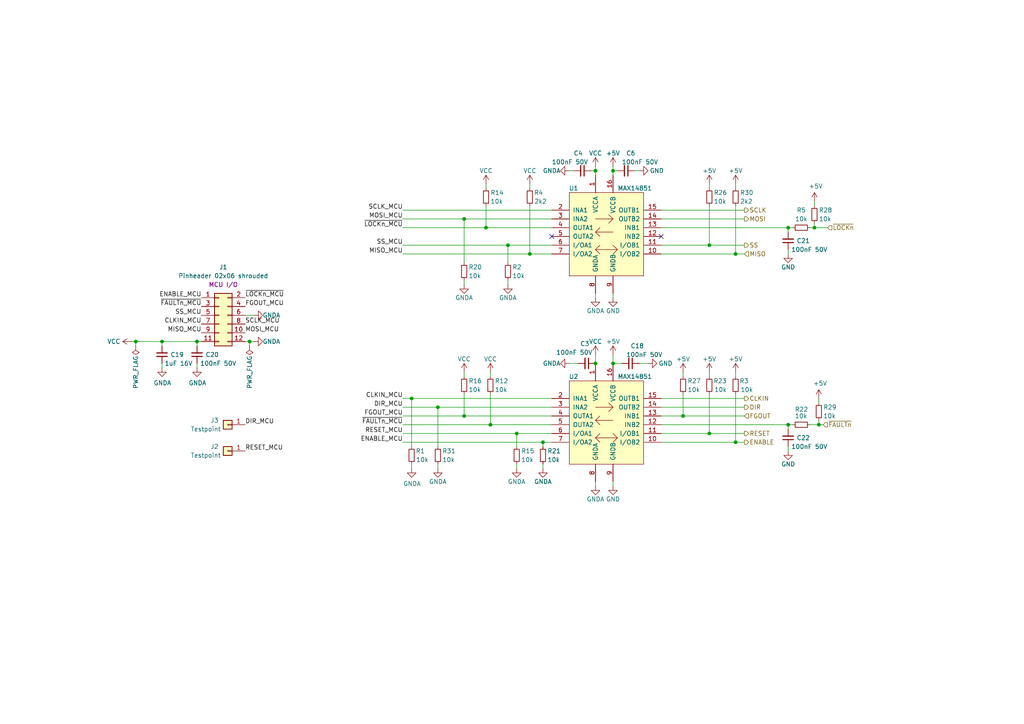
<source format=kicad_sch>
(kicad_sch (version 20211123) (generator eeschema)
  (paper "A4")
  (title_block (title "GD BLDC blower driver") (date "2019-03-11") (rev "v1.1") (company "3devo"))
  (lib_symbols
    (symbol "3devo_symbols:MAX14851" (pin_names (offset 1.016))
      (property "Reference" "U?" (at -8.89 -13.97 0))
      (property "Value" "MAX14851" (at 8.89 -13.97 0))
      (symbol "MAX14851_0_1"
        (rectangle (start -10.16 11.43) (end 11.43 -12.7) (fill (type background)))
        (polyline (pts (xy -2.54 -5.08) (xy -1.27 -6.35)))
        (polyline (pts (xy -2.54 -5.08) (xy -1.27 -3.81)))
        (polyline (pts (xy -2.54 -5.08) (xy 3.81 -5.08)))
        (polyline (pts (xy -2.54 0) (xy -1.27 -1.27)))
        (polyline (pts (xy -2.54 0) (xy -1.27 1.27)))
        (polyline (pts (xy -2.54 3.81) (xy 2.54 3.81)))
        (polyline (pts (xy 2.54 0) (xy -2.54 0)))
        (polyline (pts (xy 2.54 3.81) (xy 1.27 2.54)))
        (polyline (pts (xy 2.54 3.81) (xy 1.27 5.08)))
        (polyline (pts (xy 3.81 -5.08) (xy 2.54 -6.35)))
        (polyline (pts (xy 3.81 -5.08) (xy 2.54 -3.81)))
      )
      (symbol "MAX14851_1_1"
        (pin power_in line (at -2.54 16.51 270) (length 5.08) (name "VCCA") (number "1"))
        (pin bidirectional line (at 16.51 -6.35 180) (length 5.08) (name "I/OB2") (number "10"))
        (pin bidirectional line (at 16.51 -3.81 180) (length 5.08) (name "I/OB1") (number "11"))
        (pin bidirectional line (at 16.51 -1.27 180) (length 5.08) (name "INB2") (number "12"))
        (pin bidirectional line (at 16.51 1.27 180) (length 5.08) (name "INB1") (number "13"))
        (pin bidirectional line (at 16.51 3.81 180) (length 5.08) (name "OUTB2") (number "14"))
        (pin bidirectional line (at 16.51 6.35 180) (length 5.08) (name "OUTB1") (number "15"))
        (pin power_in line (at 2.54 16.51 270) (length 5.08) (name "VCCB") (number "16"))
        (pin input line (at -15.24 6.35 0) (length 5.08) (name "INA1") (number "2"))
        (pin input line (at -15.24 3.81 0) (length 5.08) (name "INA2") (number "3"))
        (pin output line (at -15.24 1.27 0) (length 5.08) (name "OUTA1") (number "4"))
        (pin output line (at -15.24 -1.27 0) (length 5.08) (name "OUTA2") (number "5"))
        (pin bidirectional line (at -15.24 -3.81 0) (length 5.08) (name "I/OA1") (number "6"))
        (pin bidirectional line (at -15.24 -6.35 0) (length 5.08) (name "I/OA2") (number "7"))
        (pin power_in line (at -2.54 -17.78 90) (length 5.08) (name "GNDA") (number "8"))
        (pin power_in line (at 2.54 -17.78 90) (length 5.08) (name "GNDB") (number "9"))
      )
    )
    (symbol "Connector_Generic:Conn_01x01" (pin_names (offset 1.016) hide)
      (property "Reference" "J" (at 0 2.54 0))
      (property "Value" "Conn_01x01" (at 0 -2.54 0))
      (symbol "Conn_01x01_1_1"
        (rectangle (start -1.27 0.127) (end 0 -0.127) (stroke (width 0.1524)))
        (rectangle (start -1.27 1.27) (end 1.27 -1.27) (stroke (width 0.254)) (fill (type background)))
        (pin passive line (at -5.08 0 0) (length 3.81) (name "Pin_1") (number "1"))
      )
    )
    (symbol "Connector_Generic:Conn_02x06_Odd_Even" (pin_names (offset 1.016) hide)
      (property "Reference" "J" (at 1.27 7.62 0))
      (property "Value" "Conn_02x06_Odd_Even" (at 1.27 -10.16 0))
      (symbol "Conn_02x06_Odd_Even_1_1"
        (rectangle (start -1.27 -7.493) (end 0 -7.747) (stroke (width 0.1524)))
        (rectangle (start -1.27 -4.953) (end 0 -5.207) (stroke (width 0.1524)))
        (rectangle (start -1.27 -2.413) (end 0 -2.667) (stroke (width 0.1524)))
        (rectangle (start -1.27 0.127) (end 0 -0.127) (stroke (width 0.1524)))
        (rectangle (start -1.27 2.667) (end 0 2.413) (stroke (width 0.1524)))
        (rectangle (start -1.27 5.207) (end 0 4.953) (stroke (width 0.1524)))
        (rectangle (start -1.27 6.35) (end 3.81 -8.89) (stroke (width 0.254)) (fill (type background)))
        (rectangle (start 3.81 -7.493) (end 2.54 -7.747) (stroke (width 0.1524)))
        (rectangle (start 3.81 -4.953) (end 2.54 -5.207) (stroke (width 0.1524)))
        (rectangle (start 3.81 -2.413) (end 2.54 -2.667) (stroke (width 0.1524)))
        (rectangle (start 3.81 0.127) (end 2.54 -0.127) (stroke (width 0.1524)))
        (rectangle (start 3.81 2.667) (end 2.54 2.413) (stroke (width 0.1524)))
        (rectangle (start 3.81 5.207) (end 2.54 4.953) (stroke (width 0.1524)))
        (pin passive line (at -5.08 5.08 0) (length 3.81) (name "Pin_1") (number "1"))
        (pin passive line (at 7.62 -5.08 180) (length 3.81) (name "Pin_10") (number "10"))
        (pin passive line (at -5.08 -7.62 0) (length 3.81) (name "Pin_11") (number "11"))
        (pin passive line (at 7.62 -7.62 180) (length 3.81) (name "Pin_12") (number "12"))
        (pin passive line (at 7.62 5.08 180) (length 3.81) (name "Pin_2") (number "2"))
        (pin passive line (at -5.08 2.54 0) (length 3.81) (name "Pin_3") (number "3"))
        (pin passive line (at 7.62 2.54 180) (length 3.81) (name "Pin_4") (number "4"))
        (pin passive line (at -5.08 0 0) (length 3.81) (name "Pin_5") (number "5"))
        (pin passive line (at 7.62 0 180) (length 3.81) (name "Pin_6") (number "6"))
        (pin passive line (at -5.08 -2.54 0) (length 3.81) (name "Pin_7") (number "7"))
        (pin passive line (at 7.62 -2.54 180) (length 3.81) (name "Pin_8") (number "8"))
        (pin passive line (at -5.08 -5.08 0) (length 3.81) (name "Pin_9") (number "9"))
      )
    )
    (symbol "Device:C_Small" (pin_numbers hide) (pin_names (offset 0.254) hide)
      (property "Reference" "C" (at 0.254 1.778 0))
      (property "Value" "C_Small" (at 0.254 -2.032 0))
      (symbol "C_Small_0_1"
        (polyline (pts (xy -1.524 -0.508) (xy 1.524 -0.508)) (stroke (width 0.3302)))
        (polyline (pts (xy -1.524 0.508) (xy 1.524 0.508)) (stroke (width 0.3048)))
      )
      (symbol "C_Small_1_1"
        (pin passive line (at 0 2.54 270) (length 2.032) (name "~") (number "1"))
        (pin passive line (at 0 -2.54 90) (length 2.032) (name "~") (number "2"))
      )
    )
    (symbol "Device:R_Small" (pin_numbers hide) (pin_names (offset 0.254) hide)
      (property "Reference" "R" (at 0.762 0.508 0))
      (property "Value" "R_Small" (at 0.762 -1.016 0))
      (symbol "R_Small_0_1"
        (rectangle (start -0.762 1.778) (end 0.762 -1.778) (stroke (width 0.2032)))
      )
      (symbol "R_Small_1_1"
        (pin passive line (at 0 2.54 270) (length 0.762) (name "~") (number "1"))
        (pin passive line (at 0 -2.54 90) (length 0.762) (name "~") (number "2"))
      )
    )
    (symbol "power:+5V" (power) (pin_names (offset 0))
      (property "Value" "+5V" (at 0 3.556 0))
      (symbol "+5V_0_1"
        (polyline (pts (xy -0.762 1.27) (xy 0 2.54)))
        (polyline (pts (xy 0 0) (xy 0 2.54)))
        (polyline (pts (xy 0 2.54) (xy 0.762 1.27)))
      )
      (symbol "+5V_1_1"
        (pin power_in line (at 0 0 90) (length 0) hide (name "+5V") (number "1"))
      )
    )
    (symbol "power:GND" (power) (pin_names (offset 0))
      (property "Value" "GND" (at 0 -3.81 0))
      (symbol "GND_0_1"
        (polyline (pts (xy 0 0) (xy 0 -1.27) (xy 1.27 -1.27) (xy 0 -2.54) (xy -1.27 -1.27) (xy 0 -1.27)))
      )
      (symbol "GND_1_1"
        (pin power_in line (at 0 0 270) (length 0) hide (name "GND") (number "1"))
      )
    )
    (symbol "power:GNDA" (power) (pin_names (offset 0))
      (property "Value" "GNDA" (at 0 -3.81 0))
      (symbol "GNDA_0_1"
        (polyline (pts (xy 0 0) (xy 0 -1.27) (xy 1.27 -1.27) (xy 0 -2.54) (xy -1.27 -1.27) (xy 0 -1.27)))
      )
      (symbol "GNDA_1_1"
        (pin power_in line (at 0 0 270) (length 0) hide (name "GNDA") (number "1"))
      )
    )
    (symbol "power:PWR_FLAG" (power) (pin_numbers hide) (pin_names (offset 0) hide)
      (property "Value" "PWR_FLAG" (at 0 3.81 0))
      (symbol "PWR_FLAG_0_0"
        (pin power_out line (at 0 0 90) (length 0) (name "pwr") (number "1"))
      )
      (symbol "PWR_FLAG_0_1"
        (polyline (pts (xy 0 0) (xy 0 1.27) (xy -1.016 1.905) (xy 0 2.54) (xy 1.016 1.905) (xy 0 1.27)))
      )
    )
    (symbol "power:VCC" (power) (pin_names (offset 0))
      (property "Value" "VCC" (at 0 3.81 0))
      (symbol "VCC_0_1"
        (polyline (pts (xy -0.762 1.27) (xy 0 2.54)))
        (polyline (pts (xy 0 0) (xy 0 2.54)))
        (polyline (pts (xy 0 2.54) (xy 0.762 1.27)))
      )
      (symbol "VCC_1_1"
        (pin power_in line (at 0 0 90) (length 0) hide (name "VCC") (number "1"))
      )
    )
  )
  (junction (at 205.74 125.73))
  (junction (at 157.48 128.27))
  (junction (at 237.49 123.19))
  (junction (at 72.39 99.06))
  (junction (at 213.36 73.66))
  (junction (at 134.62 120.65))
  (junction (at 172.72 49.53))
  (junction (at 147.32 71.12))
  (junction (at 213.36 128.27))
  (junction (at 57.15 99.06))
  (junction (at 228.6 66.04))
  (junction (at 228.6 123.19))
  (junction (at 134.62 63.5))
  (junction (at 142.24 123.19))
  (junction (at 149.86 125.73))
  (junction (at 46.99 99.06))
  (junction (at 198.12 120.65))
  (junction (at 172.72 105.41))
  (junction (at 127 118.11))
  (junction (at 177.8 49.53))
  (junction (at 205.74 71.12))
  (junction (at 153.67 73.66))
  (junction (at 177.8 105.41))
  (junction (at 236.22 66.04))
  (junction (at 119.38 115.57))
  (junction (at 39.37 99.06))
  (junction (at 140.97 66.04))
  (no_connect (at 191.77 68.58))
  (no_connect (at 160.02 68.58))
  (wire (pts (xy 171.45 49.53) (xy 172.72 49.53)))
  (wire (pts (xy 134.62 63.5) (xy 160.02 63.5)))
  (wire (pts (xy 116.84 60.96) (xy 160.02 60.96)))
  (wire (pts (xy 160.02 71.12) (xy 147.32 71.12)))
  (wire (pts (xy 236.22 58.42) (xy 236.22 59.69)))
  (wire (pts (xy 57.15 105.41) (xy 57.15 106.68)))
  (wire (pts (xy 39.37 99.06) (xy 46.99 99.06)))
  (wire (pts (xy 213.36 107.95) (xy 213.36 109.22)))
  (wire (pts (xy 116.84 128.27) (xy 157.48 128.27)))
  (wire (pts (xy 39.37 99.06) (xy 39.37 100.33)))
  (wire (pts (xy 172.72 139.7) (xy 172.72 140.97)))
  (wire (pts (xy 237.49 116.84) (xy 237.49 115.57)))
  (wire (pts (xy 213.36 53.34) (xy 213.36 54.61)))
  (wire (pts (xy 184.15 49.53) (xy 185.42 49.53)))
  (wire (pts (xy 119.38 115.57) (xy 160.02 115.57)))
  (wire (pts (xy 228.6 72.39) (xy 228.6 73.66)))
  (wire (pts (xy 134.62 63.5) (xy 134.62 76.2)))
  (wire (pts (xy 142.24 107.95) (xy 142.24 109.22)))
  (wire (pts (xy 134.62 120.65) (xy 134.62 114.3)))
  (wire (pts (xy 71.12 99.06) (xy 72.39 99.06)))
  (wire (pts (xy 116.84 66.04) (xy 140.97 66.04)))
  (wire (pts (xy 172.72 102.87) (xy 172.72 105.41)))
  (wire (pts (xy 172.72 86.36) (xy 172.72 85.09)))
  (wire (pts (xy 205.74 59.69) (xy 205.74 71.12)))
  (wire (pts (xy 157.48 128.27) (xy 160.02 128.27)))
  (wire (pts (xy 205.74 107.95) (xy 205.74 109.22)))
  (wire (pts (xy 191.77 66.04) (xy 228.6 66.04)))
  (wire (pts (xy 213.36 128.27) (xy 215.9 128.27)))
  (wire (pts (xy 177.8 105.41) (xy 180.34 105.41)))
  (wire (pts (xy 191.77 123.19) (xy 228.6 123.19)))
  (wire (pts (xy 119.38 115.57) (xy 119.38 129.54)))
  (wire (pts (xy 134.62 120.65) (xy 160.02 120.65)))
  (wire (pts (xy 172.72 48.26) (xy 172.72 49.53)))
  (wire (pts (xy 140.97 53.34) (xy 140.97 54.61)))
  (wire (pts (xy 205.74 125.73) (xy 215.9 125.73)))
  (wire (pts (xy 213.36 59.69) (xy 213.36 73.66)))
  (wire (pts (xy 198.12 107.95) (xy 198.12 109.22)))
  (wire (pts (xy 172.72 49.53) (xy 172.72 50.8)))
  (wire (pts (xy 153.67 53.34) (xy 153.67 54.61)))
  (wire (pts (xy 191.77 73.66) (xy 213.36 73.66)))
  (wire (pts (xy 149.86 134.62) (xy 149.86 135.89)))
  (wire (pts (xy 205.74 125.73) (xy 205.74 114.3)))
  (wire (pts (xy 198.12 120.65) (xy 215.9 120.65)))
  (wire (pts (xy 46.99 105.41) (xy 46.99 106.68)))
  (wire (pts (xy 140.97 66.04) (xy 160.02 66.04)))
  (wire (pts (xy 177.8 85.09) (xy 177.8 86.36)))
  (wire (pts (xy 238.76 123.19) (xy 237.49 123.19)))
  (wire (pts (xy 142.24 123.19) (xy 160.02 123.19)))
  (wire (pts (xy 116.84 118.11) (xy 127 118.11)))
  (wire (pts (xy 185.42 105.41) (xy 187.96 105.41)))
  (wire (pts (xy 228.6 129.54) (xy 228.6 130.81)))
  (wire (pts (xy 149.86 129.54) (xy 149.86 125.73)))
  (wire (pts (xy 157.48 134.62) (xy 157.48 135.89)))
  (wire (pts (xy 57.15 99.06) (xy 57.15 100.33)))
  (wire (pts (xy 134.62 107.95) (xy 134.62 109.22)))
  (wire (pts (xy 127 134.62) (xy 127 135.89)))
  (wire (pts (xy 116.84 123.19) (xy 142.24 123.19)))
  (wire (pts (xy 165.1 105.41) (xy 167.64 105.41)))
  (wire (pts (xy 215.9 60.96) (xy 191.77 60.96)))
  (wire (pts (xy 153.67 73.66) (xy 160.02 73.66)))
  (wire (pts (xy 38.1 99.06) (xy 39.37 99.06)))
  (wire (pts (xy 191.77 125.73) (xy 205.74 125.73)))
  (wire (pts (xy 147.32 81.28) (xy 147.32 82.55)))
  (wire (pts (xy 72.39 99.06) (xy 73.66 99.06)))
  (wire (pts (xy 153.67 59.69) (xy 153.67 73.66)))
  (wire (pts (xy 57.15 99.06) (xy 58.42 99.06)))
  (wire (pts (xy 46.99 99.06) (xy 46.99 100.33)))
  (wire (pts (xy 234.95 123.19) (xy 237.49 123.19)))
  (wire (pts (xy 116.84 115.57) (xy 119.38 115.57)))
  (wire (pts (xy 191.77 115.57) (xy 215.9 115.57)))
  (wire (pts (xy 119.38 135.89) (xy 119.38 134.62)))
  (wire (pts (xy 228.6 66.04) (xy 228.6 67.31)))
  (wire (pts (xy 228.6 123.19) (xy 229.87 123.19)))
  (wire (pts (xy 213.36 114.3) (xy 213.36 128.27)))
  (wire (pts (xy 142.24 123.19) (xy 142.24 114.3)))
  (wire (pts (xy 147.32 71.12) (xy 147.32 76.2)))
  (wire (pts (xy 127 118.11) (xy 127 129.54)))
  (wire (pts (xy 127 118.11) (xy 160.02 118.11)))
  (wire (pts (xy 177.8 102.87) (xy 177.8 105.41)))
  (wire (pts (xy 191.77 120.65) (xy 198.12 120.65)))
  (wire (pts (xy 116.84 73.66) (xy 153.67 73.66)))
  (wire (pts (xy 198.12 120.65) (xy 198.12 114.3)))
  (wire (pts (xy 234.95 66.04) (xy 236.22 66.04)))
  (wire (pts (xy 215.9 63.5) (xy 191.77 63.5)))
  (wire (pts (xy 236.22 66.04) (xy 240.03 66.04)))
  (wire (pts (xy 205.74 53.34) (xy 205.74 54.61)))
  (wire (pts (xy 165.1 49.53) (xy 166.37 49.53)))
  (wire (pts (xy 71.12 91.44) (xy 73.66 91.44)))
  (wire (pts (xy 46.99 99.06) (xy 57.15 99.06)))
  (wire (pts (xy 213.36 73.66) (xy 215.9 73.66)))
  (wire (pts (xy 177.8 139.7) (xy 177.8 140.97)))
  (wire (pts (xy 116.84 71.12) (xy 147.32 71.12)))
  (wire (pts (xy 205.74 71.12) (xy 215.9 71.12)))
  (wire (pts (xy 237.49 123.19) (xy 237.49 121.92)))
  (wire (pts (xy 72.39 99.06) (xy 72.39 100.33)))
  (wire (pts (xy 140.97 59.69) (xy 140.97 66.04)))
  (wire (pts (xy 177.8 49.53) (xy 177.8 50.8)))
  (wire (pts (xy 116.84 63.5) (xy 134.62 63.5)))
  (wire (pts (xy 179.07 49.53) (xy 177.8 49.53)))
  (wire (pts (xy 191.77 118.11) (xy 215.9 118.11)))
  (wire (pts (xy 228.6 124.46) (xy 228.6 123.19)))
  (wire (pts (xy 134.62 81.28) (xy 134.62 82.55)))
  (wire (pts (xy 236.22 64.77) (xy 236.22 66.04)))
  (wire (pts (xy 191.77 128.27) (xy 213.36 128.27)))
  (wire (pts (xy 191.77 71.12) (xy 205.74 71.12)))
  (wire (pts (xy 229.87 66.04) (xy 228.6 66.04)))
  (wire (pts (xy 116.84 120.65) (xy 134.62 120.65)))
  (wire (pts (xy 116.84 125.73) (xy 149.86 125.73)))
  (wire (pts (xy 149.86 125.73) (xy 160.02 125.73)))
  (wire (pts (xy 177.8 48.26) (xy 177.8 49.53)))
  (wire (pts (xy 157.48 128.27) (xy 157.48 129.54)))
  (label "ENABLE_MCU" (at 116.84 128.27 180))
  (label "MOSI_MCU" (at 71.12 96.52 0))
  (label "RESET_MCU" (at 71.12 130.81 0))
  (label "~{FAULTn_MCU}" (at 116.84 123.19 180))
  (label "MISO_MCU" (at 58.42 96.52 180))
  (label "MISO_MCU" (at 116.84 73.66 180))
  (label "~{LOCKn_MCU}" (at 71.12 86.36 0))
  (label "DIR_MCU" (at 116.84 118.11 180))
  (label "MOSI_MCU" (at 116.84 63.5 180))
  (label "SCLK_MCU" (at 71.12 93.98 0))
  (label "SS_MCU" (at 58.42 91.44 180))
  (label "FGOUT_MCU" (at 116.84 120.65 180))
  (label "RESET_MCU" (at 116.84 125.73 180))
  (label "FGOUT_MCU" (at 71.12 88.9 0))
  (label "CLKIN_MCU" (at 116.84 115.57 180))
  (label "~{FAULTn_MCU}" (at 58.42 88.9 180))
  (label "SCLK_MCU" (at 116.84 60.96 180))
  (label "~{LOCKn_MCU}" (at 116.84 66.04 180))
  (label "DIR_MCU" (at 71.12 123.19 0))
  (label "CLKIN_MCU" (at 58.42 93.98 180))
  (label "ENABLE_MCU" (at 58.42 86.36 180))
  (label "SS_MCU" (at 116.84 71.12 180))
  (hierarchical_label "MISO" (shape input) (at 215.9 73.66 0))
  (hierarchical_label "DIR" (shape output) (at 215.9 118.11 0))
  (hierarchical_label "CLKIN" (shape output) (at 215.9 115.57 0))
  (hierarchical_label "~{FAULTn}" (shape input) (at 238.76 123.19 0))
  (hierarchical_label "ENABLE" (shape output) (at 215.9 128.27 0))
  (hierarchical_label "RESET" (shape output) (at 215.9 125.73 0))
  (hierarchical_label "MOSI" (shape output) (at 215.9 63.5 0))
  (hierarchical_label "SS" (shape output) (at 215.9 71.12 0))
  (hierarchical_label "SCLK" (shape output) (at 215.9 60.96 0))
  (hierarchical_label "FGOUT" (shape input) (at 215.9 120.65 0))
  (hierarchical_label "~{LOCKn}" (shape input) (at 240.03 66.04 0))
  (symbol (lib_id "power:GNDA") (at 134.62 82.55 0) (unit 1)
    (property "Reference" "#PWR0147" (effects hide))
    (property "Value" "GNDA" (at 134.62 86.36 0))
  )
  (symbol (lib_id "Device:R_Small") (at 198.12 111.76 0) (unit 1)
    (property "Reference" "R27" (at 199.39 110.49 0) (effects (justify left)))
    (property "Value" "10k" (at 199.39 113.03 0) (effects (justify left)))
    (property "Footprint" "Resistor_SMD:R_0603_1608Metric" (effects hide))
    (property "Manufacturer" "Bourns" (effects hide))
    (property "Partnumber" "CR0603-FX-1002GLF" (effects hide))
  )
  (symbol (lib_id "power:GNDA") (at 165.1 105.41 270) (unit 1)
    (property "Reference" "#PWR0140" (effects hide))
    (property "Value" "GNDA" (at 160.02 105.41 90))
  )
  (symbol (lib_id "power:+5V") (at 198.12 107.95 0) (unit 1)
    (property "Reference" "#PWR0158" (effects hide))
    (property "Value" "+5V" (at 198.12 104.14 0))
  )
  (symbol (lib_id "Device:R_Small") (at 153.67 57.15 180) (unit 1)
    (property "Reference" "R4" (at 156.21 55.88 0))
    (property "Value" "2k2" (at 154.94 58.42 0) (effects (justify right)))
    (property "Footprint" "Resistor_SMD:R_0603_1608Metric" (effects hide))
    (property "Manufacturer" "TE" (effects hide))
    (property "Partnumber" "CRGH0603F2K2" (effects hide))
  )
  (symbol (lib_id "power:VCC") (at 134.62 107.95 0) (unit 1)
    (property "Reference" "#PWR0161" (effects hide))
    (property "Value" "VCC" (at 134.62 104.14 0))
  )
  (symbol (lib_id "power:GNDA") (at 157.48 135.89 0) (unit 1)
    (property "Reference" "#PWR0148" (effects hide))
    (property "Value" "GNDA" (at 157.48 139.7 0))
  )
  (symbol (lib_id "power:GND") (at 185.42 49.53 90) (unit 1)
    (property "Reference" "#PWR0143" (effects hide))
    (property "Value" "GND" (at 190.5 49.53 90))
  )
  (symbol (lib_id "Device:R_Small") (at 127 132.08 180) (unit 1)
    (property "Reference" "R31" (at 128.27 130.81 0) (effects (justify right)))
    (property "Value" "10k" (at 128.27 133.35 0) (effects (justify right)))
    (property "Footprint" "Resistor_SMD:R_0603_1608Metric" (effects hide))
    (property "Manufacturer" "Bourns" (effects hide))
    (property "Partnumber" "CR0603-FX-1002GLF" (effects hide))
  )
  (symbol (lib_id "3devo_symbols:MAX14851") (at 175.26 121.92 0) (unit 1)
    (property "Reference" "U2" (at 166.37 109.22 0))
    (property "Value" "MAX14851" (at 184.15 109.22 0))
    (property "Footprint" "Package_SO:QSOP-16_3.9x4.9mm_P0.635mm" (effects hide))
    (property "Datasheet" "https://datasheets.maximintegrated.com/en/ds/MAX14851.pdf" (effects hide))
    (property "Manufacturer" "Maxim" (effects hide))
    (property "Partnumber" "MAX14851AEE+" (effects hide))
  )
  (symbol (lib_id "power:GNDA") (at 127 135.89 0) (unit 1)
    (property "Reference" "#PWR0165" (effects hide))
    (property "Value" "GNDA" (at 127 139.7 0))
  )
  (symbol (lib_id "3devo_symbols:MAX14851") (at 175.26 67.31 0) (unit 1)
    (property "Reference" "U1" (at 166.37 54.61 0))
    (property "Value" "MAX14851" (at 184.15 54.61 0))
    (property "Footprint" "Package_SO:QSOP-16_3.9x4.9mm_P0.635mm" (effects hide))
    (property "Datasheet" "https://datasheets.maximintegrated.com/en/ds/MAX14851.pdf" (effects hide))
    (property "Manufacturer" "Maxim" (effects hide))
    (property "Partnumber" "MAX14851AEE+" (effects hide))
  )
  (symbol (lib_id "power:GND") (at 228.6 130.81 0) (unit 1)
    (property "Reference" "#PWR0149" (effects hide))
    (property "Value" "GND" (at 228.6 134.62 0))
  )
  (symbol (lib_id "Device:R_Small") (at 142.24 111.76 0) (unit 1)
    (property "Reference" "R12" (at 143.51 110.49 0) (effects (justify left)))
    (property "Value" "10k" (at 143.51 113.03 0) (effects (justify left)))
    (property "Footprint" "Resistor_SMD:R_0603_1608Metric" (effects hide))
    (property "Manufacturer" "Bourns" (effects hide))
    (property "Partnumber" "CR0603-FX-1002GLF" (effects hide))
  )
  (symbol (lib_id "Device:R_Small") (at 237.49 119.38 0) (unit 1)
    (property "Reference" "R29" (at 238.76 118.11 0) (effects (justify left)))
    (property "Value" "10k" (at 238.76 120.65 0) (effects (justify left)))
    (property "Footprint" "Resistor_SMD:R_0603_1608Metric" (effects hide))
    (property "Manufacturer" "Bourns" (effects hide))
    (property "Partnumber" "CR0603-FX-1002GLF" (effects hide))
  )
  (symbol (lib_id "power:GND") (at 187.96 105.41 90) (unit 1)
    (property "Reference" "#PWR0141" (effects hide))
    (property "Value" "GND" (at 193.04 105.41 90))
  )
  (symbol (lib_id "Device:R_Small") (at 134.62 78.74 180) (unit 1)
    (property "Reference" "R20" (at 135.89 77.47 0) (effects (justify right)))
    (property "Value" "10k" (at 135.89 80.01 0) (effects (justify right)))
    (property "Footprint" "Resistor_SMD:R_0603_1608Metric" (effects hide))
    (property "Manufacturer" "Bourns" (effects hide))
    (property "Partnumber" "CR0603-FX-1002GLF" (effects hide))
  )
  (symbol (lib_id "power:VCC") (at 172.72 102.87 0) (unit 1)
    (property "Reference" "#PWR0132" (effects hide))
    (property "Value" "VCC" (at 172.72 99.06 0))
  )
  (symbol (lib_id "power:+5V") (at 205.74 53.34 0) (unit 1)
    (property "Reference" "#PWR0163" (effects hide))
    (property "Value" "+5V" (at 205.74 49.53 0))
  )
  (symbol (lib_id "power:+5V") (at 213.36 53.34 0) (unit 1)
    (property "Reference" "#PWR0171" (effects hide))
    (property "Value" "+5V" (at 213.36 49.53 0))
  )
  (symbol (lib_id "Device:R_Small") (at 205.74 111.76 180) (unit 1)
    (property "Reference" "R23" (at 210.82 110.49 0) (effects (justify left)))
    (property "Value" "10k" (at 210.82 113.03 0) (effects (justify left)))
    (property "Footprint" "Resistor_SMD:R_0603_1608Metric" (effects hide))
    (property "Manufacturer" "Bourns" (effects hide))
    (property "Partnumber" "CR0603-FX-1002GLF" (effects hide))
  )
  (symbol (lib_id "power:GNDA") (at 172.72 86.36 0) (unit 1)
    (property "Reference" "#PWR0138" (effects hide))
    (property "Value" "GNDA" (at 172.72 90.17 0))
  )
  (symbol (lib_id "Device:R_Small") (at 213.36 57.15 180) (unit 1)
    (property "Reference" "R30" (at 214.63 55.88 0) (effects (justify right)))
    (property "Value" "2k2" (at 214.63 58.42 0) (effects (justify right)))
    (property "Footprint" "Resistor_SMD:R_0603_1608Metric" (effects hide))
    (property "Manufacturer" "TE" (effects hide))
    (property "Partnumber" "CRGH0603F2K2" (effects hide))
  )
  (symbol (lib_id "power:+5V") (at 177.8 102.87 0) (unit 1)
    (property "Reference" "#PWR0135" (effects hide))
    (property "Value" "+5V" (at 177.8 99.06 0))
  )
  (symbol (lib_id "power:GND") (at 177.8 86.36 0) (unit 1)
    (property "Reference" "#PWR0136" (effects hide))
    (property "Value" "GND" (at 177.8 90.17 0))
  )
  (symbol (lib_id "power:+5V") (at 236.22 58.42 0) (unit 1)
    (property "Reference" "#PWR0156" (effects hide))
    (property "Value" "+5V" (at 236.601 54.0258 0))
  )
  (symbol (lib_id "power:VCC") (at 142.24 107.95 0) (unit 1)
    (property "Reference" "#PWR0160" (effects hide))
    (property "Value" "VCC" (at 142.24 104.14 0))
  )
  (symbol (lib_id "Device:R_Small") (at 157.48 132.08 180) (unit 1)
    (property "Reference" "R21" (at 158.75 130.81 0) (effects (justify right)))
    (property "Value" "10k" (at 158.75 133.35 0) (effects (justify right)))
    (property "Footprint" "Resistor_SMD:R_0603_1608Metric" (effects hide))
    (property "Manufacturer" "Bourns" (effects hide))
    (property "Partnumber" "CR0603-FX-1002GLF" (effects hide))
  )
  (symbol (lib_id "power:VCC") (at 172.72 48.26 0) (unit 1)
    (property "Reference" "#PWR0113" (effects hide))
    (property "Value" "VCC" (at 172.72 44.45 0))
  )
  (symbol (lib_id "Device:C_Small") (at 228.6 127 180) (unit 1)
    (property "Reference" "C22" (at 234.95 127 0) (effects (justify left)))
    (property "Value" "100nF 50V" (at 240.03 129.54 0) (effects (justify left)))
    (property "Footprint" "Capacitor_SMD:C_0603_1608Metric" (effects hide))
    (property "Manufacturer" "Murata" (effects hide))
    (property "Partnumber" "GCM188L81H104KA57D" (effects hide))
  )
  (symbol (lib_id "power:VCC") (at 140.97 53.34 0) (unit 1)
    (property "Reference" "#PWR0157" (effects hide))
    (property "Value" "VCC" (at 140.97 49.53 0))
  )
  (symbol (lib_id "power:+5V") (at 213.36 107.95 0) (unit 1)
    (property "Reference" "#PWR0146" (effects hide))
    (property "Value" "+5V" (at 213.36 104.14 0))
  )
  (symbol (lib_id "Device:C_Small") (at 168.91 49.53 270) (unit 1)
    (property "Reference" "C4" (at 166.37 44.45 90) (effects (justify left)))
    (property "Value" "100nF 50V" (at 160.02 46.99 90) (effects (justify left)))
    (property "Footprint" "Capacitor_SMD:C_0603_1608Metric" (effects hide))
    (property "Manufacturer" "Murata" (effects hide))
    (property "Partnumber" "GCM188L81H104KA57D" (effects hide))
  )
  (symbol (lib_id "power:GNDA") (at 147.32 82.55 0) (unit 1)
    (property "Reference" "#PWR0168" (effects hide))
    (property "Value" "GNDA" (at 147.32 86.36 0))
  )
  (symbol (lib_id "power:VCC") (at 38.1 99.06 90) (unit 1)
    (property "Reference" "#PWR0108" (effects hide))
    (property "Value" "VCC" (at 33.02 99.06 90))
  )
  (symbol (lib_id "power:+5V") (at 177.8 48.26 0) (unit 1)
    (property "Reference" "#PWR0133" (effects hide))
    (property "Value" "+5V" (at 177.8 44.45 0))
  )
  (symbol (lib_id "Device:C_Small") (at 228.6 69.85 180) (unit 1)
    (property "Reference" "C21" (at 234.95 69.85 0) (effects (justify left)))
    (property "Value" "100nF 50V" (at 240.03 72.39 0) (effects (justify left)))
    (property "Footprint" "Capacitor_SMD:C_0603_1608Metric" (effects hide))
    (property "Manufacturer" "Murata" (effects hide))
    (property "Partnumber" "GCM188L81H104KA57D" (effects hide))
  )
  (symbol (lib_id "power:VCC") (at 153.67 53.34 0) (unit 1)
    (property "Reference" "#PWR0154" (effects hide))
    (property "Value" "VCC" (at 153.67 49.53 0))
  )
  (symbol (lib_id "Device:R_Small") (at 149.86 132.08 180) (unit 1)
    (property "Reference" "R15" (at 151.13 130.81 0) (effects (justify right)))
    (property "Value" "10k" (at 151.13 133.35 0) (effects (justify right)))
    (property "Footprint" "Resistor_SMD:R_0603_1608Metric" (effects hide))
    (property "Manufacturer" "Bourns" (effects hide))
    (property "Partnumber" "CR0603-FX-1002GLF" (effects hide))
  )
  (symbol (lib_id "power:PWR_FLAG") (at 72.39 100.33 180) (unit 1)
    (property "Reference" "#FLG0105" (effects hide))
    (property "Value" "PWR_FLAG" (at 72.39 107.95 90))
  )
  (symbol (lib_id "Device:R_Small") (at 232.41 66.04 270) (unit 1)
    (property "Reference" "R5" (at 232.41 60.96 90))
    (property "Value" "10k" (at 232.41 63.5 90))
    (property "Footprint" "Resistor_SMD:R_0603_1608Metric" (effects hide))
    (property "Manufacturer" "Bourns" (effects hide))
    (property "Partnumber" "CR0603-FX-1002GLF" (effects hide))
  )
  (symbol (lib_id "Device:C_Small") (at 170.18 105.41 270) (unit 1)
    (property "Reference" "C3" (at 168.275 99.695 90) (effects (justify left)))
    (property "Value" "100nF 50V" (at 161.29 102.235 90) (effects (justify left)))
    (property "Footprint" "Capacitor_SMD:C_0603_1608Metric" (effects hide))
    (property "Manufacturer" "Murata" (effects hide))
    (property "Partnumber" "GCM188L81H104KA57D" (effects hide))
  )
  (symbol (lib_id "power:GNDA") (at 149.86 135.89 0) (unit 1)
    (property "Reference" "#PWR0162" (effects hide))
    (property "Value" "GNDA" (at 149.86 139.7 0))
  )
  (symbol (lib_id "Device:C_Small") (at 181.61 49.53 270) (unit 1)
    (property "Reference" "C6" (at 181.61 44.45 90) (effects (justify left)))
    (property "Value" "100nF 50V" (at 180.34 46.99 90) (effects (justify left)))
    (property "Footprint" "Capacitor_SMD:C_0603_1608Metric" (effects hide))
    (property "Manufacturer" "Murata" (effects hide))
    (property "Partnumber" "GCM188L81H104KA57D" (effects hide))
  )
  (symbol (lib_id "power:GNDA") (at 73.66 99.06 90) (unit 1)
    (property "Reference" "#PWR0114" (effects hide))
    (property "Value" "GNDA" (at 78.74 99.06 90))
  )
  (symbol (lib_id "power:GNDA") (at 73.66 91.44 90) (unit 1)
    (property "Reference" "#PWR0145" (effects hide))
    (property "Value" "GNDA" (at 78.74 91.44 90))
  )
  (symbol (lib_id "power:GND") (at 228.6 73.66 0) (unit 1)
    (property "Reference" "#PWR0150" (effects hide))
    (property "Value" "GND" (at 228.6 77.47 0))
  )
  (symbol (lib_id "power:GND") (at 177.8 140.97 0) (unit 1)
    (property "Reference" "#PWR0137" (effects hide))
    (property "Value" "GND" (at 177.8 144.78 0))
  )
  (symbol (lib_id "Device:R_Small") (at 147.32 78.74 0) (unit 1)
    (property "Reference" "R2" (at 148.59 77.47 0) (effects (justify left)))
    (property "Value" "10k" (at 148.59 80.01 0) (effects (justify left)))
    (property "Footprint" "Resistor_SMD:R_0603_1608Metric" (effects hide))
    (property "Manufacturer" "Bourns" (effects hide))
    (property "Partnumber" "CR0603-FX-1002GLF" (effects hide))
  )
  (symbol (lib_id "power:GNDA") (at 172.72 140.97 0) (unit 1)
    (property "Reference" "#PWR0139" (effects hide))
    (property "Value" "GNDA" (at 172.72 144.78 0))
  )
  (symbol (lib_id "Connector_Generic:Conn_01x01") (at 66.04 123.19 0) (mirror y) (unit 1)
    (property "Reference" "J3" (at 62.23 121.92 0))
    (property "Value" "Testpoint" (at 59.69 124.46 0))
    (property "Footprint" "Connector_PinHeader_2.54mm:PinHeader_1x01_P2.54mm_Vertical" (effects hide))
  )
  (symbol (lib_id "Device:R_Small") (at 213.36 111.76 180) (unit 1)
    (property "Reference" "R3" (at 217.17 110.49 0) (effects (justify left)))
    (property "Value" "10k" (at 218.44 113.03 0) (effects (justify left)))
    (property "Footprint" "Resistor_SMD:R_0603_1608Metric" (effects hide))
    (property "Manufacturer" "Bourns" (effects hide))
    (property "Partnumber" "CR0603-FX-1002GLF" (effects hide))
  )
  (symbol (lib_id "power:GNDA") (at 46.99 106.68 0) (unit 1)
    (property "Reference" "#PWR0123" (effects hide))
    (property "Value" "GNDA" (at 47.117 111.0742 0))
  )
  (symbol (lib_id "Device:R_Small") (at 232.41 123.19 270) (unit 1)
    (property "Reference" "R22" (at 230.505 118.745 90) (effects (justify left)))
    (property "Value" "10k" (at 230.505 120.65 90) (effects (justify left)))
    (property "Footprint" "Resistor_SMD:R_0603_1608Metric" (effects hide))
    (property "Manufacturer" "Bourns" (effects hide))
    (property "Partnumber" "CR0603-FX-1002GLF" (effects hide))
  )
  (symbol (lib_id "Connector_Generic:Conn_01x01") (at 66.04 130.81 0) (mirror y) (unit 1)
    (property "Reference" "J2" (at 62.23 129.54 0))
    (property "Value" "Testpoint" (at 59.69 132.08 0))
    (property "Footprint" "Connector_PinHeader_2.54mm:PinHeader_1x01_P2.54mm_Vertical" (effects hide))
  )
  (symbol (lib_id "Device:C_Small") (at 57.15 102.87 180) (unit 1)
    (property "Reference" "C20" (at 63.5 102.87 0) (effects (justify left)))
    (property "Value" "100nF 50V" (at 68.58 105.41 0) (effects (justify left)))
    (property "Footprint" "Capacitor_SMD:C_0603_1608Metric" (effects hide))
    (property "Manufacturer" "Murata" (effects hide))
    (property "Partnumber" "GCM188L81H104KA57D" (effects hide))
  )
  (symbol (lib_id "power:+5V") (at 237.49 115.57 0) (unit 1)
    (property "Reference" "#PWR0159" (effects hide))
    (property "Value" "+5V" (at 237.871 111.1758 0))
  )
  (symbol (lib_id "Device:R_Small") (at 236.22 62.23 0) (unit 1)
    (property "Reference" "R28" (at 237.49 60.96 0) (effects (justify left)))
    (property "Value" "10k" (at 237.49 63.5 0) (effects (justify left)))
    (property "Footprint" "Resistor_SMD:R_0603_1608Metric" (effects hide))
    (property "Manufacturer" "Bourns" (effects hide))
    (property "Partnumber" "CR0603-FX-1002GLF" (effects hide))
  )
  (symbol (lib_id "power:GNDA") (at 57.15 106.68 0) (unit 1)
    (property "Reference" "#PWR0144" (effects hide))
    (property "Value" "GNDA" (at 57.277 111.0742 0))
  )
  (symbol (lib_id "Device:R_Small") (at 205.74 57.15 180) (unit 1)
    (property "Reference" "R26" (at 207.01 55.88 0) (effects (justify right)))
    (property "Value" "10k" (at 207.01 58.42 0) (effects (justify right)))
    (property "Footprint" "Resistor_SMD:R_0603_1608Metric" (effects hide))
    (property "Manufacturer" "Bourns" (effects hide))
    (property "Partnumber" "CR0603-FX-1002GLF" (effects hide))
  )
  (symbol (lib_id "Connector_Generic:Conn_02x06_Odd_Even") (at 63.5 91.44 0) (unit 1)
    (property "Reference" "J1" (at 64.77 77.47 0))
    (property "Value" "Pinheader 02x06 shrouded" (at 64.77 80.01 0))
    (property "Footprint" "Connector_IDC:IDC-Header_2x06_P2.54mm_Vertical" (effects hide))
    (property "Datasheet" "http://www.farnell.com/datasheets/1648843.pdf?_ga=2.140115507.1253506730.1569844243-1385557990.1461597160" (effects hide))
    (property "Manufacturer" "Amphenol" (effects hide))
    (property "Function" "MCU I/O" (at 64.77 82.55 0))
    (property "Partnumber" "T821112A1S100CEU" (effects hide))
  )
  (symbol (lib_id "Device:C_Small") (at 46.99 102.87 180) (unit 1)
    (property "Reference" "C19" (at 53.34 102.87 0) (effects (justify left)))
    (property "Value" "1uF 16V" (at 55.88 105.41 0) (effects (justify left)))
    (property "Footprint" "Capacitor_SMD:C_0603_1608Metric" (effects hide))
    (property "Manufacturer" "Kemet" (effects hide))
    (property "Partnumber" "C0603C105K4RACAUTO" (effects hide))
  )
  (symbol (lib_id "power:GNDA") (at 119.38 135.89 0) (unit 1)
    (property "Reference" "#PWR0151" (effects hide))
    (property "Value" "GNDA" (at 119.507 140.2842 0))
  )
  (symbol (lib_id "power:+5V") (at 205.74 107.95 0) (unit 1)
    (property "Reference" "#PWR0152" (effects hide))
    (property "Value" "+5V" (at 205.74 104.14 0))
  )
  (symbol (lib_id "power:GNDA") (at 165.1 49.53 270) (unit 1)
    (property "Reference" "#PWR0142" (effects hide))
    (property "Value" "GNDA" (at 160.02 49.53 90))
  )
  (symbol (lib_id "Device:C_Small") (at 182.88 105.41 270) (unit 1)
    (property "Reference" "C18" (at 182.88 100.33 90) (effects (justify left)))
    (property "Value" "100nF 50V" (at 181.61 102.87 90) (effects (justify left)))
    (property "Footprint" "Capacitor_SMD:C_0603_1608Metric" (effects hide))
    (property "Manufacturer" "Murata" (effects hide))
    (property "Partnumber" "GCM188L81H104KA57D" (effects hide))
  )
  (symbol (lib_id "Device:R_Small") (at 134.62 111.76 0) (unit 1)
    (property "Reference" "R16" (at 135.89 110.49 0) (effects (justify left)))
    (property "Value" "10k" (at 135.89 113.03 0) (effects (justify left)))
    (property "Footprint" "Resistor_SMD:R_0603_1608Metric" (effects hide))
    (property "Manufacturer" "Bourns" (effects hide))
    (property "Partnumber" "CR0603-FX-1002GLF" (effects hide))
  )
  (symbol (lib_id "Device:R_Small") (at 119.38 132.08 180) (unit 1)
    (property "Reference" "R1" (at 121.92 130.81 0))
    (property "Value" "10k" (at 120.65 133.35 0) (effects (justify right)))
    (property "Footprint" "Resistor_SMD:R_0603_1608Metric" (effects hide))
    (property "Manufacturer" "Bourns" (effects hide))
    (property "Partnumber" "CR0603-FX-1002GLF" (effects hide))
  )
  (symbol (lib_id "Device:R_Small") (at 140.97 57.15 0) (unit 1)
    (property "Reference" "R14" (at 142.24 55.88 0) (effects (justify left)))
    (property "Value" "10k" (at 142.24 58.42 0) (effects (justify left)))
    (property "Footprint" "Resistor_SMD:R_0603_1608Metric" (effects hide))
    (property "Manufacturer" "Bourns" (effects hide))
    (property "Partnumber" "CR0603-FX-1002GLF" (effects hide))
  )
  (symbol (lib_id "power:PWR_FLAG") (at 39.37 100.33 180) (unit 1)
    (property "Reference" "#FLG0101" (effects hide))
    (property "Value" "PWR_FLAG" (at 39.37 107.95 90))
  )
)
</source>
